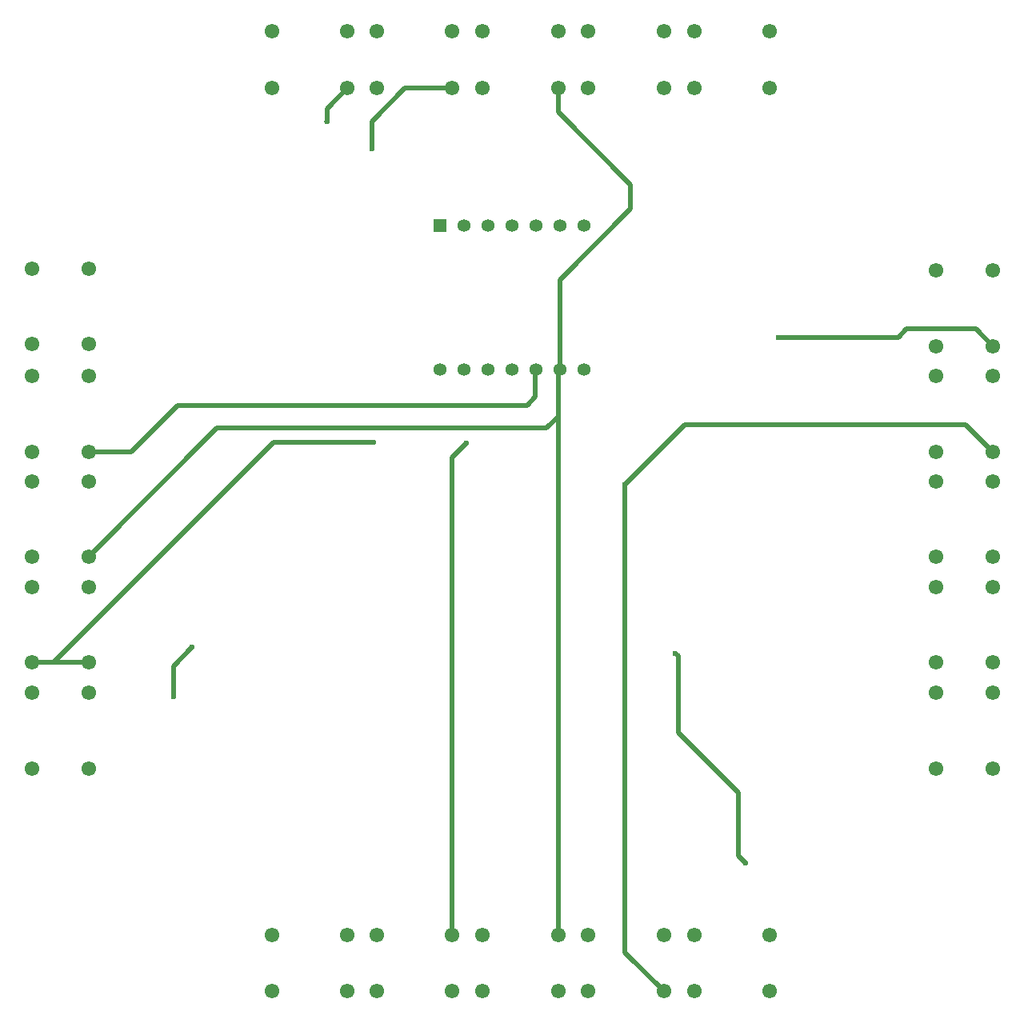
<source format=gbr>
%TF.GenerationSoftware,KiCad,Pcbnew,8.0.8*%
%TF.CreationDate,2025-05-19T18:04:48-07:00*%
%TF.ProjectId,ddi,6464692e-6b69-4636-9164-5f7063625858,rev?*%
%TF.SameCoordinates,Original*%
%TF.FileFunction,Copper,L2,Inr*%
%TF.FilePolarity,Positive*%
%FSLAX46Y46*%
G04 Gerber Fmt 4.6, Leading zero omitted, Abs format (unit mm)*
G04 Created by KiCad (PCBNEW 8.0.8) date 2025-05-19 18:04:48*
%MOMM*%
%LPD*%
G01*
G04 APERTURE LIST*
%TA.AperFunction,ComponentPad*%
%ADD10C,1.549400*%
%TD*%
%TA.AperFunction,ComponentPad*%
%ADD11R,1.358000X1.358000*%
%TD*%
%TA.AperFunction,ComponentPad*%
%ADD12C,1.358000*%
%TD*%
%TA.AperFunction,ViaPad*%
%ADD13C,0.600000*%
%TD*%
%TA.AperFunction,Conductor*%
%ADD14C,0.500000*%
%TD*%
G04 APERTURE END LIST*
D10*
%TO.N,/B1*%
%TO.C,SW17*%
X171300000Y-62699997D03*
X171300000Y-68700000D03*
%TO.N,/X5*%
X179299999Y-62699997D03*
X179299999Y-68700000D03*
%TD*%
%TO.N,/B1*%
%TO.C,SW1*%
X126600000Y-62699997D03*
X126600000Y-68700000D03*
%TO.N,/X1*%
X134599999Y-62699997D03*
X134599999Y-68700000D03*
%TD*%
%TO.N,/B2*%
%TO.C,SW11*%
X202900003Y-110300000D03*
X196900000Y-110300000D03*
%TO.N,/X3*%
X202900003Y-118299999D03*
X196900000Y-118299999D03*
%TD*%
%TO.N,/X4*%
%TO.C,SW15*%
X101199997Y-107199999D03*
X107200000Y-107199999D03*
%TO.N,/B4*%
X101199997Y-99200000D03*
X107200000Y-99200000D03*
%TD*%
%TO.N,/X2*%
%TO.C,SW8*%
X168099999Y-164300003D03*
X168099999Y-158300000D03*
%TO.N,/B3*%
X160100000Y-164300003D03*
X160100000Y-158300000D03*
%TD*%
%TO.N,/X3*%
%TO.C,SW12*%
X156899999Y-164300003D03*
X156899999Y-158300000D03*
%TO.N,/B3*%
X148900000Y-164300003D03*
X148900000Y-158300000D03*
%TD*%
%TO.N,/B2*%
%TO.C,SW14*%
X202900003Y-121500000D03*
X196900000Y-121500000D03*
%TO.N,/X4*%
X202900003Y-129499999D03*
X196900000Y-129499999D03*
%TD*%
%TO.N,/B1*%
%TO.C,SW10*%
X148900000Y-62699997D03*
X148900000Y-68700000D03*
%TO.N,/X3*%
X156899999Y-62699997D03*
X156899999Y-68700000D03*
%TD*%
%TO.N,/B2*%
%TO.C,SW6*%
X202900003Y-99200000D03*
X196900000Y-99200000D03*
%TO.N,/X2*%
X202900003Y-107199999D03*
X196900000Y-107199999D03*
%TD*%
%TO.N,/B1*%
%TO.C,SW5*%
X137700000Y-62699997D03*
X137700000Y-68700000D03*
%TO.N,/X2*%
X145699999Y-62699997D03*
X145699999Y-68700000D03*
%TD*%
%TO.N,/B2*%
%TO.C,SW2*%
X202900003Y-88000000D03*
X196900000Y-88000000D03*
%TO.N,/X1*%
X202900003Y-95999999D03*
X196900000Y-95999999D03*
%TD*%
%TO.N,/X3*%
%TO.C,SW9*%
X101199997Y-118300000D03*
X107200000Y-118300000D03*
%TO.N,/B4*%
X101199997Y-110300001D03*
X107200000Y-110300001D03*
%TD*%
%TO.N,/X4*%
%TO.C,SW16*%
X145699999Y-164300003D03*
X145699999Y-158300000D03*
%TO.N,/B3*%
X137700000Y-164300003D03*
X137700000Y-158300000D03*
%TD*%
%TO.N,/X2*%
%TO.C,SW7*%
X101199997Y-129499999D03*
X107200000Y-129499999D03*
%TO.N,/B4*%
X101199997Y-121500000D03*
X107200000Y-121500000D03*
%TD*%
%TO.N,/B1*%
%TO.C,SW13*%
X160100000Y-62699997D03*
X160100000Y-68700000D03*
%TO.N,/X4*%
X168099999Y-62699997D03*
X168099999Y-68700000D03*
%TD*%
%TO.N,/X5*%
%TO.C,SW20*%
X134599999Y-164300003D03*
X134599999Y-158300000D03*
%TO.N,/B3*%
X126600000Y-164300003D03*
X126600000Y-158300000D03*
%TD*%
%TO.N,/B2*%
%TO.C,SW18*%
X202900003Y-132700000D03*
X196900000Y-132700000D03*
%TO.N,/X5*%
X202900003Y-140699999D03*
X196900000Y-140699999D03*
%TD*%
%TO.N,/X1*%
%TO.C,SW4*%
X179299999Y-164300003D03*
X179299999Y-158300000D03*
%TO.N,/B3*%
X171300000Y-164300003D03*
X171300000Y-158300000D03*
%TD*%
%TO.N,/X5*%
%TO.C,SW19*%
X101199997Y-95799999D03*
X107200000Y-95799999D03*
%TO.N,/B4*%
X101199997Y-87800000D03*
X107200000Y-87800000D03*
%TD*%
%TO.N,/X1*%
%TO.C,SW3*%
X101199997Y-140699999D03*
X107200000Y-140699999D03*
%TO.N,/B4*%
X101199997Y-132700000D03*
X107200000Y-132700000D03*
%TD*%
D11*
%TO.N,/B1*%
%TO.C,U1*%
X144400000Y-83200000D03*
D12*
%TO.N,/B2*%
X146940000Y-83200000D03*
%TO.N,/B3*%
X149480000Y-83200000D03*
%TO.N,/B4*%
X152020000Y-83200000D03*
%TO.N,unconnected-(U1-D4-Pad5)*%
X154560000Y-83200000D03*
%TO.N,unconnected-(U1-D5-Pad6)*%
X157100000Y-83200000D03*
%TO.N,/X1*%
X159640000Y-83200000D03*
%TO.N,/X2*%
X159640000Y-98440000D03*
%TO.N,/X3*%
X157100000Y-98440000D03*
%TO.N,/X4*%
X154560000Y-98440000D03*
%TO.N,/X5*%
X152020000Y-98440000D03*
%TO.N,unconnected-(U1-VCC_3V3-Pad12)*%
X149480000Y-98440000D03*
%TO.N,unconnected-(U1-GND-Pad13)*%
X146940000Y-98440000D03*
%TO.N,unconnected-(U1-VUSB-Pad14)*%
X144400000Y-98440000D03*
%TD*%
D13*
%TO.N,/X4*%
X147200000Y-106300000D03*
%TO.N,/X2*%
X137400000Y-106200000D03*
X137200000Y-75100000D03*
X164000000Y-110700000D03*
%TO.N,/X1*%
X176750000Y-150750000D03*
X169300000Y-128500000D03*
X180200000Y-95100000D03*
X132450000Y-72250000D03*
X116200000Y-133100000D03*
X118200000Y-127900000D03*
%TD*%
D14*
%TO.N,/X1*%
X132450000Y-72250000D02*
X132450000Y-70849999D01*
X132450000Y-70849999D02*
X134599999Y-68700000D01*
%TO.N,/X2*%
X137200000Y-72200000D02*
X140700000Y-68700000D01*
X140700000Y-68700000D02*
X145699999Y-68700000D01*
X137200000Y-75100000D02*
X137200000Y-72200000D01*
X200050004Y-104350000D02*
X202900003Y-107199999D01*
X164000000Y-110700000D02*
X170350000Y-104350000D01*
X170350000Y-104350000D02*
X200050004Y-104350000D01*
%TO.N,/X1*%
X201100004Y-94200000D02*
X202900003Y-95999999D01*
X192900000Y-95100000D02*
X193800000Y-94200000D01*
X193800000Y-94200000D02*
X201100004Y-94200000D01*
X180200000Y-95100000D02*
X192900000Y-95100000D01*
%TO.N,/X2*%
X164000000Y-110700000D02*
X164000000Y-160200004D01*
X164000000Y-160200004D02*
X168099999Y-164300003D01*
X103500001Y-129499999D02*
X101199997Y-129499999D01*
X126800000Y-106200000D02*
X103500001Y-129499999D01*
X137400000Y-106200000D02*
X126800000Y-106200000D01*
%TO.N,/X4*%
X145699999Y-107800001D02*
X147200000Y-106300000D01*
X145699999Y-158300000D02*
X145699999Y-107800001D01*
X154560000Y-98440000D02*
X154600000Y-98400000D01*
X153600000Y-102300000D02*
X154500000Y-101400000D01*
X111700001Y-107199999D02*
X116600000Y-102300000D01*
X116600000Y-102300000D02*
X153600000Y-102300000D01*
X154500000Y-101400000D02*
X154500000Y-98500000D01*
X107200000Y-107199999D02*
X111700001Y-107199999D01*
X154500000Y-98500000D02*
X154560000Y-98440000D01*
%TO.N,/X3*%
X156899999Y-71199999D02*
X156899999Y-68700000D01*
X164600000Y-81500000D02*
X164600000Y-78900000D01*
X157100000Y-98440000D02*
X157100000Y-89000000D01*
X157100000Y-89000000D02*
X164600000Y-81500000D01*
X164600000Y-78900000D02*
X156899999Y-71199999D01*
X155700000Y-104700000D02*
X156899999Y-103500001D01*
X156899999Y-103500001D02*
X156899999Y-103100000D01*
X120800000Y-104700000D02*
X155700000Y-104700000D01*
X107200000Y-118300000D02*
X120800000Y-104700000D01*
X156899999Y-103100000D02*
X156899999Y-98640001D01*
X156899999Y-158300000D02*
X156899999Y-103100000D01*
X156899999Y-98640001D02*
X157100000Y-98440000D01*
%TO.N,/X2*%
X103600000Y-129499999D02*
X103600000Y-129400000D01*
X103600000Y-129499999D02*
X107200000Y-129499999D01*
X101199997Y-129499999D02*
X103600000Y-129499999D01*
%TO.N,/X1*%
X176000000Y-150000000D02*
X176000000Y-149300000D01*
X176750000Y-150750000D02*
X176000000Y-150000000D01*
X169600000Y-128800000D02*
X169300000Y-128500000D01*
X169600000Y-136900000D02*
X169600000Y-128800000D01*
X176000000Y-143300000D02*
X169600000Y-136900000D01*
X176000000Y-149300000D02*
X176000000Y-143300000D01*
X132450000Y-72250000D02*
X132400000Y-72200000D01*
X116200000Y-133100000D02*
X116200000Y-129900000D01*
X116200000Y-129900000D02*
X118200000Y-127900000D01*
%TD*%
M02*

</source>
